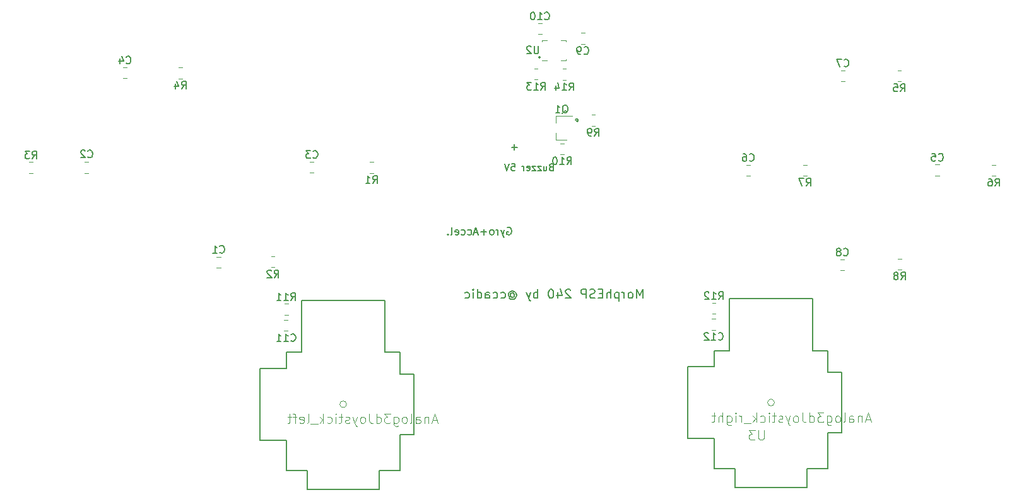
<source format=gbr>
%TF.GenerationSoftware,KiCad,Pcbnew,(5.1.8)-1*%
%TF.CreationDate,2020-12-25T12:52:01+03:00*%
%TF.ProjectId,mesp240_3Dpad,6d657370-3234-4305-9f33-447061642e6b,rev?*%
%TF.SameCoordinates,Original*%
%TF.FileFunction,Legend,Bot*%
%TF.FilePolarity,Positive*%
%FSLAX46Y46*%
G04 Gerber Fmt 4.6, Leading zero omitted, Abs format (unit mm)*
G04 Created by KiCad (PCBNEW (5.1.8)-1) date 2020-12-25 12:52:01*
%MOMM*%
%LPD*%
G01*
G04 APERTURE LIST*
%ADD10C,0.150000*%
%ADD11C,0.200000*%
%ADD12C,0.120000*%
%ADD13C,0.203200*%
%ADD14C,0.101600*%
G04 APERTURE END LIST*
D10*
X139139363Y-89334340D02*
G75*
G03*
X139139363Y-89334340I-115003J0D01*
G01*
X134686845Y-112230280D02*
X134782083Y-112182660D01*
X134924940Y-112182660D01*
X135067798Y-112230280D01*
X135163036Y-112325518D01*
X135210655Y-112420756D01*
X135258274Y-112611232D01*
X135258274Y-112754089D01*
X135210655Y-112944565D01*
X135163036Y-113039803D01*
X135067798Y-113135041D01*
X134924940Y-113182660D01*
X134829702Y-113182660D01*
X134686845Y-113135041D01*
X134639226Y-113087422D01*
X134639226Y-112754089D01*
X134829702Y-112754089D01*
X134305893Y-112515994D02*
X134067798Y-113182660D01*
X133829702Y-112515994D02*
X134067798Y-113182660D01*
X134163036Y-113420756D01*
X134210655Y-113468375D01*
X134305893Y-113515994D01*
X133448750Y-113182660D02*
X133448750Y-112515994D01*
X133448750Y-112706470D02*
X133401131Y-112611232D01*
X133353512Y-112563613D01*
X133258274Y-112515994D01*
X133163036Y-112515994D01*
X132686845Y-113182660D02*
X132782083Y-113135041D01*
X132829702Y-113087422D01*
X132877321Y-112992184D01*
X132877321Y-112706470D01*
X132829702Y-112611232D01*
X132782083Y-112563613D01*
X132686845Y-112515994D01*
X132543988Y-112515994D01*
X132448750Y-112563613D01*
X132401131Y-112611232D01*
X132353512Y-112706470D01*
X132353512Y-112992184D01*
X132401131Y-113087422D01*
X132448750Y-113135041D01*
X132543988Y-113182660D01*
X132686845Y-113182660D01*
X131924940Y-112801708D02*
X131163036Y-112801708D01*
X131543988Y-113182660D02*
X131543988Y-112420756D01*
X130734464Y-112896946D02*
X130258274Y-112896946D01*
X130829702Y-113182660D02*
X130496369Y-112182660D01*
X130163036Y-113182660D01*
X129401131Y-113135041D02*
X129496369Y-113182660D01*
X129686845Y-113182660D01*
X129782083Y-113135041D01*
X129829702Y-113087422D01*
X129877321Y-112992184D01*
X129877321Y-112706470D01*
X129829702Y-112611232D01*
X129782083Y-112563613D01*
X129686845Y-112515994D01*
X129496369Y-112515994D01*
X129401131Y-112563613D01*
X128543988Y-113135041D02*
X128639226Y-113182660D01*
X128829702Y-113182660D01*
X128924940Y-113135041D01*
X128972560Y-113087422D01*
X129020179Y-112992184D01*
X129020179Y-112706470D01*
X128972560Y-112611232D01*
X128924940Y-112563613D01*
X128829702Y-112515994D01*
X128639226Y-112515994D01*
X128543988Y-112563613D01*
X127734464Y-113135041D02*
X127829702Y-113182660D01*
X128020179Y-113182660D01*
X128115417Y-113135041D01*
X128163036Y-113039803D01*
X128163036Y-112658851D01*
X128115417Y-112563613D01*
X128020179Y-112515994D01*
X127829702Y-112515994D01*
X127734464Y-112563613D01*
X127686845Y-112658851D01*
X127686845Y-112754089D01*
X128163036Y-112849327D01*
X127115417Y-113182660D02*
X127210655Y-113135041D01*
X127258274Y-113039803D01*
X127258274Y-112182660D01*
X126734464Y-113087422D02*
X126686845Y-113135041D01*
X126734464Y-113182660D01*
X126782083Y-113135041D01*
X126734464Y-113087422D01*
X126734464Y-113182660D01*
X144197605Y-97790000D02*
G75*
G03*
X144197605Y-97790000I-179605J0D01*
G01*
X136016952Y-101417428D02*
X135255047Y-101417428D01*
X135636000Y-101798380D02*
X135636000Y-101036476D01*
X140560857Y-104075714D02*
X140432285Y-104118571D01*
X140389428Y-104161428D01*
X140346571Y-104247142D01*
X140346571Y-104375714D01*
X140389428Y-104461428D01*
X140432285Y-104504285D01*
X140518000Y-104547142D01*
X140860857Y-104547142D01*
X140860857Y-103647142D01*
X140560857Y-103647142D01*
X140475142Y-103690000D01*
X140432285Y-103732857D01*
X140389428Y-103818571D01*
X140389428Y-103904285D01*
X140432285Y-103990000D01*
X140475142Y-104032857D01*
X140560857Y-104075714D01*
X140860857Y-104075714D01*
X139575142Y-103947142D02*
X139575142Y-104547142D01*
X139960857Y-103947142D02*
X139960857Y-104418571D01*
X139918000Y-104504285D01*
X139832285Y-104547142D01*
X139703714Y-104547142D01*
X139618000Y-104504285D01*
X139575142Y-104461428D01*
X139232285Y-103947142D02*
X138760857Y-103947142D01*
X139232285Y-104547142D01*
X138760857Y-104547142D01*
X138503714Y-103947142D02*
X138032285Y-103947142D01*
X138503714Y-104547142D01*
X138032285Y-104547142D01*
X137346571Y-104504285D02*
X137432285Y-104547142D01*
X137603714Y-104547142D01*
X137689428Y-104504285D01*
X137732285Y-104418571D01*
X137732285Y-104075714D01*
X137689428Y-103990000D01*
X137603714Y-103947142D01*
X137432285Y-103947142D01*
X137346571Y-103990000D01*
X137303714Y-104075714D01*
X137303714Y-104161428D01*
X137732285Y-104247142D01*
X136918000Y-104547142D02*
X136918000Y-103947142D01*
X136918000Y-104118571D02*
X136875142Y-104032857D01*
X136832285Y-103990000D01*
X136746571Y-103947142D01*
X136660857Y-103947142D01*
X135246571Y-103647142D02*
X135675142Y-103647142D01*
X135718000Y-104075714D01*
X135675142Y-104032857D01*
X135589428Y-103990000D01*
X135375142Y-103990000D01*
X135289428Y-104032857D01*
X135246571Y-104075714D01*
X135203714Y-104161428D01*
X135203714Y-104375714D01*
X135246571Y-104461428D01*
X135289428Y-104504285D01*
X135375142Y-104547142D01*
X135589428Y-104547142D01*
X135675142Y-104504285D01*
X135718000Y-104461428D01*
X134946571Y-103647142D02*
X134646571Y-104547142D01*
X134346571Y-103647142D01*
D11*
X152855714Y-121700857D02*
X152855714Y-120500857D01*
X152455714Y-121358000D01*
X152055714Y-120500857D01*
X152055714Y-121700857D01*
X151312857Y-121700857D02*
X151427142Y-121643714D01*
X151484285Y-121586571D01*
X151541428Y-121472285D01*
X151541428Y-121129428D01*
X151484285Y-121015142D01*
X151427142Y-120958000D01*
X151312857Y-120900857D01*
X151141428Y-120900857D01*
X151027142Y-120958000D01*
X150970000Y-121015142D01*
X150912857Y-121129428D01*
X150912857Y-121472285D01*
X150970000Y-121586571D01*
X151027142Y-121643714D01*
X151141428Y-121700857D01*
X151312857Y-121700857D01*
X150398571Y-121700857D02*
X150398571Y-120900857D01*
X150398571Y-121129428D02*
X150341428Y-121015142D01*
X150284285Y-120958000D01*
X150170000Y-120900857D01*
X150055714Y-120900857D01*
X149655714Y-120900857D02*
X149655714Y-122100857D01*
X149655714Y-120958000D02*
X149541428Y-120900857D01*
X149312857Y-120900857D01*
X149198571Y-120958000D01*
X149141428Y-121015142D01*
X149084285Y-121129428D01*
X149084285Y-121472285D01*
X149141428Y-121586571D01*
X149198571Y-121643714D01*
X149312857Y-121700857D01*
X149541428Y-121700857D01*
X149655714Y-121643714D01*
X148570000Y-121700857D02*
X148570000Y-120500857D01*
X148055714Y-121700857D02*
X148055714Y-121072285D01*
X148112857Y-120958000D01*
X148227142Y-120900857D01*
X148398571Y-120900857D01*
X148512857Y-120958000D01*
X148570000Y-121015142D01*
X147484285Y-121072285D02*
X147084285Y-121072285D01*
X146912857Y-121700857D02*
X147484285Y-121700857D01*
X147484285Y-120500857D01*
X146912857Y-120500857D01*
X146455714Y-121643714D02*
X146284285Y-121700857D01*
X145998571Y-121700857D01*
X145884285Y-121643714D01*
X145827142Y-121586571D01*
X145770000Y-121472285D01*
X145770000Y-121358000D01*
X145827142Y-121243714D01*
X145884285Y-121186571D01*
X145998571Y-121129428D01*
X146227142Y-121072285D01*
X146341428Y-121015142D01*
X146398571Y-120958000D01*
X146455714Y-120843714D01*
X146455714Y-120729428D01*
X146398571Y-120615142D01*
X146341428Y-120558000D01*
X146227142Y-120500857D01*
X145941428Y-120500857D01*
X145770000Y-120558000D01*
X145255714Y-121700857D02*
X145255714Y-120500857D01*
X144798571Y-120500857D01*
X144684285Y-120558000D01*
X144627142Y-120615142D01*
X144570000Y-120729428D01*
X144570000Y-120900857D01*
X144627142Y-121015142D01*
X144684285Y-121072285D01*
X144798571Y-121129428D01*
X145255714Y-121129428D01*
X143198571Y-120615142D02*
X143141428Y-120558000D01*
X143027142Y-120500857D01*
X142741428Y-120500857D01*
X142627142Y-120558000D01*
X142570000Y-120615142D01*
X142512857Y-120729428D01*
X142512857Y-120843714D01*
X142570000Y-121015142D01*
X143255714Y-121700857D01*
X142512857Y-121700857D01*
X141484285Y-120900857D02*
X141484285Y-121700857D01*
X141770000Y-120443714D02*
X142055714Y-121300857D01*
X141312857Y-121300857D01*
X140627142Y-120500857D02*
X140512857Y-120500857D01*
X140398571Y-120558000D01*
X140341428Y-120615142D01*
X140284285Y-120729428D01*
X140227142Y-120958000D01*
X140227142Y-121243714D01*
X140284285Y-121472285D01*
X140341428Y-121586571D01*
X140398571Y-121643714D01*
X140512857Y-121700857D01*
X140627142Y-121700857D01*
X140741428Y-121643714D01*
X140798571Y-121586571D01*
X140855714Y-121472285D01*
X140912857Y-121243714D01*
X140912857Y-120958000D01*
X140855714Y-120729428D01*
X140798571Y-120615142D01*
X140741428Y-120558000D01*
X140627142Y-120500857D01*
X138798571Y-121700857D02*
X138798571Y-120500857D01*
X138798571Y-120958000D02*
X138684285Y-120900857D01*
X138455714Y-120900857D01*
X138341428Y-120958000D01*
X138284285Y-121015142D01*
X138227142Y-121129428D01*
X138227142Y-121472285D01*
X138284285Y-121586571D01*
X138341428Y-121643714D01*
X138455714Y-121700857D01*
X138684285Y-121700857D01*
X138798571Y-121643714D01*
X137827142Y-120900857D02*
X137541428Y-121700857D01*
X137255714Y-120900857D02*
X137541428Y-121700857D01*
X137655714Y-121986571D01*
X137712857Y-122043714D01*
X137827142Y-122100857D01*
X135141428Y-121129428D02*
X135198571Y-121072285D01*
X135312857Y-121015142D01*
X135427142Y-121015142D01*
X135541428Y-121072285D01*
X135598571Y-121129428D01*
X135655714Y-121243714D01*
X135655714Y-121358000D01*
X135598571Y-121472285D01*
X135541428Y-121529428D01*
X135427142Y-121586571D01*
X135312857Y-121586571D01*
X135198571Y-121529428D01*
X135141428Y-121472285D01*
X135141428Y-121015142D02*
X135141428Y-121472285D01*
X135084285Y-121529428D01*
X135027142Y-121529428D01*
X134912857Y-121472285D01*
X134855714Y-121358000D01*
X134855714Y-121072285D01*
X134970000Y-120900857D01*
X135141428Y-120786571D01*
X135370000Y-120729428D01*
X135598571Y-120786571D01*
X135770000Y-120900857D01*
X135884285Y-121072285D01*
X135941428Y-121300857D01*
X135884285Y-121529428D01*
X135770000Y-121700857D01*
X135598571Y-121815142D01*
X135370000Y-121872285D01*
X135141428Y-121815142D01*
X134970000Y-121700857D01*
X133827142Y-121643714D02*
X133941428Y-121700857D01*
X134170000Y-121700857D01*
X134284285Y-121643714D01*
X134341428Y-121586571D01*
X134398571Y-121472285D01*
X134398571Y-121129428D01*
X134341428Y-121015142D01*
X134284285Y-120958000D01*
X134170000Y-120900857D01*
X133941428Y-120900857D01*
X133827142Y-120958000D01*
X132798571Y-121643714D02*
X132912857Y-121700857D01*
X133141428Y-121700857D01*
X133255714Y-121643714D01*
X133312857Y-121586571D01*
X133370000Y-121472285D01*
X133370000Y-121129428D01*
X133312857Y-121015142D01*
X133255714Y-120958000D01*
X133141428Y-120900857D01*
X132912857Y-120900857D01*
X132798571Y-120958000D01*
X131770000Y-121700857D02*
X131770000Y-121072285D01*
X131827142Y-120958000D01*
X131941428Y-120900857D01*
X132170000Y-120900857D01*
X132284285Y-120958000D01*
X131770000Y-121643714D02*
X131884285Y-121700857D01*
X132170000Y-121700857D01*
X132284285Y-121643714D01*
X132341428Y-121529428D01*
X132341428Y-121415142D01*
X132284285Y-121300857D01*
X132170000Y-121243714D01*
X131884285Y-121243714D01*
X131770000Y-121186571D01*
X130684285Y-121700857D02*
X130684285Y-120500857D01*
X130684285Y-121643714D02*
X130798571Y-121700857D01*
X131027142Y-121700857D01*
X131141428Y-121643714D01*
X131198571Y-121586571D01*
X131255714Y-121472285D01*
X131255714Y-121129428D01*
X131198571Y-121015142D01*
X131141428Y-120958000D01*
X131027142Y-120900857D01*
X130798571Y-120900857D01*
X130684285Y-120958000D01*
X130112857Y-121700857D02*
X130112857Y-120900857D01*
X130112857Y-120500857D02*
X130170000Y-120558000D01*
X130112857Y-120615142D01*
X130055714Y-120558000D01*
X130112857Y-120500857D01*
X130112857Y-120615142D01*
X129027142Y-121643714D02*
X129141428Y-121700857D01*
X129370000Y-121700857D01*
X129484285Y-121643714D01*
X129541428Y-121586571D01*
X129598571Y-121472285D01*
X129598571Y-121129428D01*
X129541428Y-121015142D01*
X129484285Y-120958000D01*
X129370000Y-120900857D01*
X129141428Y-120900857D01*
X129027142Y-120958000D01*
D12*
%TO.C,C12*%
X162673252Y-125957000D02*
X162150748Y-125957000D01*
X162673252Y-124487000D02*
X162150748Y-124487000D01*
%TO.C,C11*%
X105269252Y-126084000D02*
X104746748Y-126084000D01*
X105269252Y-124614000D02*
X104746748Y-124614000D01*
D13*
%TO.C,U3*%
X175671000Y-121760000D02*
X164495000Y-121760000D01*
X174909000Y-147160000D02*
X165257000Y-147160000D01*
X174909000Y-147160000D02*
X174909000Y-144620000D01*
X165257000Y-147160000D02*
X165257000Y-144620000D01*
X174909000Y-144620000D02*
X177703000Y-144620000D01*
X165257000Y-144620000D02*
X162463000Y-144620000D01*
X179608000Y-131666000D02*
X179608000Y-139794000D01*
X177703000Y-131666000D02*
X177703000Y-128745000D01*
X177703000Y-139794000D02*
X177703000Y-144620000D01*
X177703000Y-131666000D02*
X179608000Y-131666000D01*
X177703000Y-139794000D02*
X179608000Y-139794000D01*
X177703000Y-128745000D02*
X175671000Y-128745000D01*
X164495000Y-128745000D02*
X162463000Y-128745000D01*
X175671000Y-121760000D02*
X175671000Y-128745000D01*
X164495000Y-121760000D02*
X164495000Y-128745000D01*
X162463000Y-130904000D02*
X158907000Y-130904000D01*
X162463000Y-140556000D02*
X158907000Y-140556000D01*
X158907000Y-130904000D02*
X158907000Y-140556000D01*
X162463000Y-130904000D02*
X162463000Y-128745000D01*
X162463000Y-140556000D02*
X162463000Y-144620000D01*
D14*
X170532013Y-135730000D02*
G75*
G03*
X170532013Y-135730000I-449013J0D01*
G01*
D12*
%TO.C,U2*%
X139997000Y-89749500D02*
X139347000Y-89749500D01*
X142567000Y-87029500D02*
X142567000Y-87179500D01*
X141917000Y-87029500D02*
X142567000Y-87029500D01*
X139347000Y-87029500D02*
X139347000Y-87179500D01*
X139997000Y-87029500D02*
X139347000Y-87029500D01*
X142567000Y-89749500D02*
X142567000Y-89599500D01*
X141917000Y-89749500D02*
X142567000Y-89749500D01*
D13*
%TO.C,U1*%
X118260000Y-121994000D02*
X107084000Y-121994000D01*
X117498000Y-147394000D02*
X107846000Y-147394000D01*
X117498000Y-147394000D02*
X117498000Y-144854000D01*
X107846000Y-147394000D02*
X107846000Y-144854000D01*
X117498000Y-144854000D02*
X120292000Y-144854000D01*
X107846000Y-144854000D02*
X105052000Y-144854000D01*
X122197000Y-131900000D02*
X122197000Y-140028000D01*
X120292000Y-131900000D02*
X120292000Y-128979000D01*
X120292000Y-140028000D02*
X120292000Y-144854000D01*
X120292000Y-131900000D02*
X122197000Y-131900000D01*
X120292000Y-140028000D02*
X122197000Y-140028000D01*
X120292000Y-128979000D02*
X118260000Y-128979000D01*
X107084000Y-128979000D02*
X105052000Y-128979000D01*
X118260000Y-121994000D02*
X118260000Y-128979000D01*
X107084000Y-121994000D02*
X107084000Y-128979000D01*
X105052000Y-131138000D02*
X101496000Y-131138000D01*
X105052000Y-140790000D02*
X101496000Y-140790000D01*
X101496000Y-131138000D02*
X101496000Y-140790000D01*
X105052000Y-131138000D02*
X105052000Y-128979000D01*
X105052000Y-140790000D02*
X105052000Y-144854000D01*
D14*
X113121013Y-135964000D02*
G75*
G03*
X113121013Y-135964000I-449013J0D01*
G01*
D12*
%TO.C,R14*%
X142565064Y-92355300D02*
X142110936Y-92355300D01*
X142565064Y-90885300D02*
X142110936Y-90885300D01*
%TO.C,R13*%
X138302936Y-90839600D02*
X138757064Y-90839600D01*
X138302936Y-92309600D02*
X138757064Y-92309600D01*
%TO.C,R12*%
X162189936Y-122328000D02*
X162644064Y-122328000D01*
X162189936Y-123798000D02*
X162644064Y-123798000D01*
%TO.C,R11*%
X104817936Y-122455000D02*
X105272064Y-122455000D01*
X104817936Y-123925000D02*
X105272064Y-123925000D01*
%TO.C,C10*%
X139340252Y-86231400D02*
X138817748Y-86231400D01*
X139340252Y-84761400D02*
X138817748Y-84761400D01*
%TO.C,C9*%
X144570748Y-86046600D02*
X145093252Y-86046600D01*
X144570748Y-87516600D02*
X145093252Y-87516600D01*
%TO.C,R10*%
X141840976Y-102365480D02*
X142295104Y-102365480D01*
X141840976Y-100895480D02*
X142295104Y-100895480D01*
%TO.C,R9*%
X146024936Y-98525000D02*
X146479064Y-98525000D01*
X146024936Y-97055000D02*
X146479064Y-97055000D01*
%TO.C,R8*%
X187127936Y-117854000D02*
X187582064Y-117854000D01*
X187127936Y-116384000D02*
X187582064Y-116384000D01*
%TO.C,R7*%
X174413936Y-105256000D02*
X174868064Y-105256000D01*
X174413936Y-103786000D02*
X174868064Y-103786000D01*
%TO.C,R6*%
X199758936Y-105264000D02*
X200213064Y-105264000D01*
X199758936Y-103794000D02*
X200213064Y-103794000D01*
%TO.C,R5*%
X187081936Y-92556000D02*
X187536064Y-92556000D01*
X187081936Y-91086000D02*
X187536064Y-91086000D01*
%TO.C,R4*%
X90593936Y-92190200D02*
X91048064Y-92190200D01*
X90593936Y-90720200D02*
X91048064Y-90720200D01*
%TO.C,R3*%
X70982064Y-103405000D02*
X70527936Y-103405000D01*
X70982064Y-104875000D02*
X70527936Y-104875000D01*
%TO.C,R2*%
X103030936Y-117565000D02*
X103485064Y-117565000D01*
X103030936Y-116095000D02*
X103485064Y-116095000D01*
%TO.C,R1*%
X116247936Y-104875000D02*
X116702064Y-104875000D01*
X116247936Y-103405000D02*
X116702064Y-103405000D01*
%TO.C,Q1*%
X141226000Y-100386000D02*
X141226000Y-99456000D01*
X141226000Y-97226000D02*
X141226000Y-98156000D01*
X141226000Y-97226000D02*
X143386000Y-97226000D01*
X141226000Y-100386000D02*
X142686000Y-100386000D01*
%TO.C,C8*%
X179924252Y-116499000D02*
X179401748Y-116499000D01*
X179924252Y-117969000D02*
X179401748Y-117969000D01*
%TO.C,C7*%
X179987252Y-91086000D02*
X179464748Y-91086000D01*
X179987252Y-92556000D02*
X179464748Y-92556000D01*
%TO.C,C6*%
X167287252Y-103786000D02*
X166764748Y-103786000D01*
X167287252Y-105256000D02*
X166764748Y-105256000D01*
%TO.C,C5*%
X192660252Y-103750000D02*
X192137748Y-103750000D01*
X192660252Y-105220000D02*
X192137748Y-105220000D01*
%TO.C,C4*%
X83660952Y-90692300D02*
X83138448Y-90692300D01*
X83660952Y-92162300D02*
X83138448Y-92162300D01*
%TO.C,C3*%
X108727252Y-103380000D02*
X108204748Y-103380000D01*
X108727252Y-104850000D02*
X108204748Y-104850000D01*
%TO.C,C2*%
X77992248Y-104875000D02*
X78514752Y-104875000D01*
X77992248Y-103405000D02*
X78514752Y-103405000D01*
%TO.C,C1*%
X96216152Y-116128000D02*
X95693648Y-116128000D01*
X96216152Y-117598000D02*
X95693648Y-117598000D01*
%TO.C,C12*%
D10*
X163033357Y-127230142D02*
X163080976Y-127277761D01*
X163223833Y-127325380D01*
X163319071Y-127325380D01*
X163461928Y-127277761D01*
X163557166Y-127182523D01*
X163604785Y-127087285D01*
X163652404Y-126896809D01*
X163652404Y-126753952D01*
X163604785Y-126563476D01*
X163557166Y-126468238D01*
X163461928Y-126373000D01*
X163319071Y-126325380D01*
X163223833Y-126325380D01*
X163080976Y-126373000D01*
X163033357Y-126420619D01*
X162080976Y-127325380D02*
X162652404Y-127325380D01*
X162366690Y-127325380D02*
X162366690Y-126325380D01*
X162461928Y-126468238D01*
X162557166Y-126563476D01*
X162652404Y-126611095D01*
X161700023Y-126420619D02*
X161652404Y-126373000D01*
X161557166Y-126325380D01*
X161319071Y-126325380D01*
X161223833Y-126373000D01*
X161176214Y-126420619D01*
X161128595Y-126515857D01*
X161128595Y-126611095D01*
X161176214Y-126753952D01*
X161747642Y-127325380D01*
X161128595Y-127325380D01*
%TO.C,C11*%
X105672357Y-127413022D02*
X105719976Y-127460641D01*
X105862833Y-127508260D01*
X105958071Y-127508260D01*
X106100928Y-127460641D01*
X106196166Y-127365403D01*
X106243785Y-127270165D01*
X106291404Y-127079689D01*
X106291404Y-126936832D01*
X106243785Y-126746356D01*
X106196166Y-126651118D01*
X106100928Y-126555880D01*
X105958071Y-126508260D01*
X105862833Y-126508260D01*
X105719976Y-126555880D01*
X105672357Y-126603499D01*
X104719976Y-127508260D02*
X105291404Y-127508260D01*
X105005690Y-127508260D02*
X105005690Y-126508260D01*
X105100928Y-126651118D01*
X105196166Y-126746356D01*
X105291404Y-126793975D01*
X103767595Y-127508260D02*
X104339023Y-127508260D01*
X104053309Y-127508260D02*
X104053309Y-126508260D01*
X104148547Y-126651118D01*
X104243785Y-126746356D01*
X104339023Y-126793975D01*
%TO.C,U3*%
D14*
X169145619Y-139479523D02*
X169145619Y-140507619D01*
X169085142Y-140628571D01*
X169024666Y-140689047D01*
X168903714Y-140749523D01*
X168661809Y-140749523D01*
X168540857Y-140689047D01*
X168480380Y-140628571D01*
X168419904Y-140507619D01*
X168419904Y-139479523D01*
X167936095Y-139479523D02*
X167149904Y-139479523D01*
X167573238Y-139963333D01*
X167391809Y-139963333D01*
X167270857Y-140023809D01*
X167210380Y-140084285D01*
X167149904Y-140205238D01*
X167149904Y-140507619D01*
X167210380Y-140628571D01*
X167270857Y-140689047D01*
X167391809Y-140749523D01*
X167754666Y-140749523D01*
X167875619Y-140689047D01*
X167936095Y-140628571D01*
X183429853Y-138006686D02*
X182825091Y-138006686D01*
X183550805Y-138369543D02*
X183127472Y-137099543D01*
X182704139Y-138369543D01*
X182280805Y-137522877D02*
X182280805Y-138369543D01*
X182280805Y-137643829D02*
X182220329Y-137583353D01*
X182099377Y-137522877D01*
X181917948Y-137522877D01*
X181796996Y-137583353D01*
X181736520Y-137704305D01*
X181736520Y-138369543D01*
X180587472Y-138369543D02*
X180587472Y-137704305D01*
X180647948Y-137583353D01*
X180768900Y-137522877D01*
X181010805Y-137522877D01*
X181131758Y-137583353D01*
X180587472Y-138309067D02*
X180708424Y-138369543D01*
X181010805Y-138369543D01*
X181131758Y-138309067D01*
X181192234Y-138188115D01*
X181192234Y-138067162D01*
X181131758Y-137946210D01*
X181010805Y-137885734D01*
X180708424Y-137885734D01*
X180587472Y-137825258D01*
X179801281Y-138369543D02*
X179922234Y-138309067D01*
X179982710Y-138188115D01*
X179982710Y-137099543D01*
X179136043Y-138369543D02*
X179256996Y-138309067D01*
X179317472Y-138248591D01*
X179377948Y-138127639D01*
X179377948Y-137764781D01*
X179317472Y-137643829D01*
X179256996Y-137583353D01*
X179136043Y-137522877D01*
X178954615Y-137522877D01*
X178833662Y-137583353D01*
X178773186Y-137643829D01*
X178712710Y-137764781D01*
X178712710Y-138127639D01*
X178773186Y-138248591D01*
X178833662Y-138309067D01*
X178954615Y-138369543D01*
X179136043Y-138369543D01*
X177624139Y-137522877D02*
X177624139Y-138550972D01*
X177684615Y-138671924D01*
X177745091Y-138732400D01*
X177866043Y-138792877D01*
X178047472Y-138792877D01*
X178168424Y-138732400D01*
X177624139Y-138309067D02*
X177745091Y-138369543D01*
X177986996Y-138369543D01*
X178107948Y-138309067D01*
X178168424Y-138248591D01*
X178228900Y-138127639D01*
X178228900Y-137764781D01*
X178168424Y-137643829D01*
X178107948Y-137583353D01*
X177986996Y-137522877D01*
X177745091Y-137522877D01*
X177624139Y-137583353D01*
X177140329Y-137099543D02*
X176354139Y-137099543D01*
X176777472Y-137583353D01*
X176596043Y-137583353D01*
X176475091Y-137643829D01*
X176414615Y-137704305D01*
X176354139Y-137825258D01*
X176354139Y-138127639D01*
X176414615Y-138248591D01*
X176475091Y-138309067D01*
X176596043Y-138369543D01*
X176958900Y-138369543D01*
X177079853Y-138309067D01*
X177140329Y-138248591D01*
X175265567Y-138369543D02*
X175265567Y-137099543D01*
X175265567Y-138309067D02*
X175386520Y-138369543D01*
X175628424Y-138369543D01*
X175749377Y-138309067D01*
X175809853Y-138248591D01*
X175870329Y-138127639D01*
X175870329Y-137764781D01*
X175809853Y-137643829D01*
X175749377Y-137583353D01*
X175628424Y-137522877D01*
X175386520Y-137522877D01*
X175265567Y-137583353D01*
X174297948Y-137099543D02*
X174297948Y-138006686D01*
X174358424Y-138188115D01*
X174479377Y-138309067D01*
X174660805Y-138369543D01*
X174781758Y-138369543D01*
X173511758Y-138369543D02*
X173632710Y-138309067D01*
X173693186Y-138248591D01*
X173753662Y-138127639D01*
X173753662Y-137764781D01*
X173693186Y-137643829D01*
X173632710Y-137583353D01*
X173511758Y-137522877D01*
X173330329Y-137522877D01*
X173209377Y-137583353D01*
X173148900Y-137643829D01*
X173088424Y-137764781D01*
X173088424Y-138127639D01*
X173148900Y-138248591D01*
X173209377Y-138309067D01*
X173330329Y-138369543D01*
X173511758Y-138369543D01*
X172665091Y-137522877D02*
X172362710Y-138369543D01*
X172060329Y-137522877D02*
X172362710Y-138369543D01*
X172483662Y-138671924D01*
X172544139Y-138732400D01*
X172665091Y-138792877D01*
X171636996Y-138309067D02*
X171516043Y-138369543D01*
X171274139Y-138369543D01*
X171153186Y-138309067D01*
X171092710Y-138188115D01*
X171092710Y-138127639D01*
X171153186Y-138006686D01*
X171274139Y-137946210D01*
X171455567Y-137946210D01*
X171576520Y-137885734D01*
X171636996Y-137764781D01*
X171636996Y-137704305D01*
X171576520Y-137583353D01*
X171455567Y-137522877D01*
X171274139Y-137522877D01*
X171153186Y-137583353D01*
X170729853Y-137522877D02*
X170246043Y-137522877D01*
X170548424Y-137099543D02*
X170548424Y-138188115D01*
X170487948Y-138309067D01*
X170366996Y-138369543D01*
X170246043Y-138369543D01*
X169822710Y-138369543D02*
X169822710Y-137522877D01*
X169822710Y-137099543D02*
X169883186Y-137160020D01*
X169822710Y-137220496D01*
X169762234Y-137160020D01*
X169822710Y-137099543D01*
X169822710Y-137220496D01*
X168673662Y-138309067D02*
X168794615Y-138369543D01*
X169036520Y-138369543D01*
X169157472Y-138309067D01*
X169217948Y-138248591D01*
X169278424Y-138127639D01*
X169278424Y-137764781D01*
X169217948Y-137643829D01*
X169157472Y-137583353D01*
X169036520Y-137522877D01*
X168794615Y-137522877D01*
X168673662Y-137583353D01*
X168129377Y-138369543D02*
X168129377Y-137099543D01*
X168008424Y-137885734D02*
X167645567Y-138369543D01*
X167645567Y-137522877D02*
X168129377Y-138006686D01*
X167403662Y-138490496D02*
X166436043Y-138490496D01*
X166133662Y-138369543D02*
X166133662Y-137522877D01*
X166133662Y-137764781D02*
X166073186Y-137643829D01*
X166012710Y-137583353D01*
X165891758Y-137522877D01*
X165770805Y-137522877D01*
X165347472Y-138369543D02*
X165347472Y-137522877D01*
X165347472Y-137099543D02*
X165407948Y-137160020D01*
X165347472Y-137220496D01*
X165286996Y-137160020D01*
X165347472Y-137099543D01*
X165347472Y-137220496D01*
X164198424Y-137522877D02*
X164198424Y-138550972D01*
X164258900Y-138671924D01*
X164319377Y-138732400D01*
X164440329Y-138792877D01*
X164621758Y-138792877D01*
X164742710Y-138732400D01*
X164198424Y-138309067D02*
X164319377Y-138369543D01*
X164561281Y-138369543D01*
X164682234Y-138309067D01*
X164742710Y-138248591D01*
X164803186Y-138127639D01*
X164803186Y-137764781D01*
X164742710Y-137643829D01*
X164682234Y-137583353D01*
X164561281Y-137522877D01*
X164319377Y-137522877D01*
X164198424Y-137583353D01*
X163593662Y-138369543D02*
X163593662Y-137099543D01*
X163049377Y-138369543D02*
X163049377Y-137704305D01*
X163109853Y-137583353D01*
X163230805Y-137522877D01*
X163412234Y-137522877D01*
X163533186Y-137583353D01*
X163593662Y-137643829D01*
X162626043Y-137522877D02*
X162142234Y-137522877D01*
X162444615Y-137099543D02*
X162444615Y-138188115D01*
X162384139Y-138309067D01*
X162263186Y-138369543D01*
X162142234Y-138369543D01*
%TO.C,U2*%
D10*
X138876644Y-87834260D02*
X138876644Y-88643784D01*
X138829025Y-88739022D01*
X138781406Y-88786641D01*
X138686168Y-88834260D01*
X138495692Y-88834260D01*
X138400454Y-88786641D01*
X138352835Y-88739022D01*
X138305216Y-88643784D01*
X138305216Y-87834260D01*
X137876644Y-87929499D02*
X137829025Y-87881880D01*
X137733787Y-87834260D01*
X137495692Y-87834260D01*
X137400454Y-87881880D01*
X137352835Y-87929499D01*
X137305216Y-88024737D01*
X137305216Y-88119975D01*
X137352835Y-88262832D01*
X137924263Y-88834260D01*
X137305216Y-88834260D01*
%TO.C,U1*%
D14*
X125294711Y-138134006D02*
X124689949Y-138134006D01*
X125415663Y-138496863D02*
X124992330Y-137226863D01*
X124568997Y-138496863D01*
X124145663Y-137650197D02*
X124145663Y-138496863D01*
X124145663Y-137771149D02*
X124085187Y-137710673D01*
X123964235Y-137650197D01*
X123782806Y-137650197D01*
X123661854Y-137710673D01*
X123601378Y-137831625D01*
X123601378Y-138496863D01*
X122452330Y-138496863D02*
X122452330Y-137831625D01*
X122512806Y-137710673D01*
X122633759Y-137650197D01*
X122875663Y-137650197D01*
X122996616Y-137710673D01*
X122452330Y-138436387D02*
X122573282Y-138496863D01*
X122875663Y-138496863D01*
X122996616Y-138436387D01*
X123057092Y-138315435D01*
X123057092Y-138194482D01*
X122996616Y-138073530D01*
X122875663Y-138013054D01*
X122573282Y-138013054D01*
X122452330Y-137952578D01*
X121666140Y-138496863D02*
X121787092Y-138436387D01*
X121847568Y-138315435D01*
X121847568Y-137226863D01*
X121000901Y-138496863D02*
X121121854Y-138436387D01*
X121182330Y-138375911D01*
X121242806Y-138254959D01*
X121242806Y-137892101D01*
X121182330Y-137771149D01*
X121121854Y-137710673D01*
X121000901Y-137650197D01*
X120819473Y-137650197D01*
X120698520Y-137710673D01*
X120638044Y-137771149D01*
X120577568Y-137892101D01*
X120577568Y-138254959D01*
X120638044Y-138375911D01*
X120698520Y-138436387D01*
X120819473Y-138496863D01*
X121000901Y-138496863D01*
X119488997Y-137650197D02*
X119488997Y-138678292D01*
X119549473Y-138799244D01*
X119609949Y-138859720D01*
X119730901Y-138920197D01*
X119912330Y-138920197D01*
X120033282Y-138859720D01*
X119488997Y-138436387D02*
X119609949Y-138496863D01*
X119851854Y-138496863D01*
X119972806Y-138436387D01*
X120033282Y-138375911D01*
X120093759Y-138254959D01*
X120093759Y-137892101D01*
X120033282Y-137771149D01*
X119972806Y-137710673D01*
X119851854Y-137650197D01*
X119609949Y-137650197D01*
X119488997Y-137710673D01*
X119005187Y-137226863D02*
X118218997Y-137226863D01*
X118642330Y-137710673D01*
X118460901Y-137710673D01*
X118339949Y-137771149D01*
X118279473Y-137831625D01*
X118218997Y-137952578D01*
X118218997Y-138254959D01*
X118279473Y-138375911D01*
X118339949Y-138436387D01*
X118460901Y-138496863D01*
X118823759Y-138496863D01*
X118944711Y-138436387D01*
X119005187Y-138375911D01*
X117130425Y-138496863D02*
X117130425Y-137226863D01*
X117130425Y-138436387D02*
X117251378Y-138496863D01*
X117493282Y-138496863D01*
X117614235Y-138436387D01*
X117674711Y-138375911D01*
X117735187Y-138254959D01*
X117735187Y-137892101D01*
X117674711Y-137771149D01*
X117614235Y-137710673D01*
X117493282Y-137650197D01*
X117251378Y-137650197D01*
X117130425Y-137710673D01*
X116162806Y-137226863D02*
X116162806Y-138134006D01*
X116223282Y-138315435D01*
X116344235Y-138436387D01*
X116525663Y-138496863D01*
X116646616Y-138496863D01*
X115376616Y-138496863D02*
X115497568Y-138436387D01*
X115558044Y-138375911D01*
X115618520Y-138254959D01*
X115618520Y-137892101D01*
X115558044Y-137771149D01*
X115497568Y-137710673D01*
X115376616Y-137650197D01*
X115195187Y-137650197D01*
X115074235Y-137710673D01*
X115013759Y-137771149D01*
X114953282Y-137892101D01*
X114953282Y-138254959D01*
X115013759Y-138375911D01*
X115074235Y-138436387D01*
X115195187Y-138496863D01*
X115376616Y-138496863D01*
X114529949Y-137650197D02*
X114227568Y-138496863D01*
X113925187Y-137650197D02*
X114227568Y-138496863D01*
X114348520Y-138799244D01*
X114408997Y-138859720D01*
X114529949Y-138920197D01*
X113501854Y-138436387D02*
X113380901Y-138496863D01*
X113138997Y-138496863D01*
X113018044Y-138436387D01*
X112957568Y-138315435D01*
X112957568Y-138254959D01*
X113018044Y-138134006D01*
X113138997Y-138073530D01*
X113320425Y-138073530D01*
X113441378Y-138013054D01*
X113501854Y-137892101D01*
X113501854Y-137831625D01*
X113441378Y-137710673D01*
X113320425Y-137650197D01*
X113138997Y-137650197D01*
X113018044Y-137710673D01*
X112594711Y-137650197D02*
X112110901Y-137650197D01*
X112413282Y-137226863D02*
X112413282Y-138315435D01*
X112352806Y-138436387D01*
X112231854Y-138496863D01*
X112110901Y-138496863D01*
X111687568Y-138496863D02*
X111687568Y-137650197D01*
X111687568Y-137226863D02*
X111748044Y-137287340D01*
X111687568Y-137347816D01*
X111627092Y-137287340D01*
X111687568Y-137226863D01*
X111687568Y-137347816D01*
X110538520Y-138436387D02*
X110659473Y-138496863D01*
X110901378Y-138496863D01*
X111022330Y-138436387D01*
X111082806Y-138375911D01*
X111143282Y-138254959D01*
X111143282Y-137892101D01*
X111082806Y-137771149D01*
X111022330Y-137710673D01*
X110901378Y-137650197D01*
X110659473Y-137650197D01*
X110538520Y-137710673D01*
X109994235Y-138496863D02*
X109994235Y-137226863D01*
X109873282Y-138013054D02*
X109510425Y-138496863D01*
X109510425Y-137650197D02*
X109994235Y-138134006D01*
X109268520Y-138617816D02*
X108300901Y-138617816D01*
X107817092Y-138496863D02*
X107938044Y-138436387D01*
X107998520Y-138315435D01*
X107998520Y-137226863D01*
X106849473Y-138436387D02*
X106970425Y-138496863D01*
X107212330Y-138496863D01*
X107333282Y-138436387D01*
X107393759Y-138315435D01*
X107393759Y-137831625D01*
X107333282Y-137710673D01*
X107212330Y-137650197D01*
X106970425Y-137650197D01*
X106849473Y-137710673D01*
X106788997Y-137831625D01*
X106788997Y-137952578D01*
X107393759Y-138073530D01*
X106426140Y-137650197D02*
X105942330Y-137650197D01*
X106244711Y-138496863D02*
X106244711Y-137408292D01*
X106184235Y-137287340D01*
X106063282Y-137226863D01*
X105942330Y-137226863D01*
X105700425Y-137650197D02*
X105216616Y-137650197D01*
X105518997Y-137226863D02*
X105518997Y-138315435D01*
X105458520Y-138436387D01*
X105337568Y-138496863D01*
X105216616Y-138496863D01*
%TO.C,R14*%
D10*
X143008797Y-93771940D02*
X143342130Y-93295750D01*
X143580225Y-93771940D02*
X143580225Y-92771940D01*
X143199273Y-92771940D01*
X143104035Y-92819560D01*
X143056416Y-92867179D01*
X143008797Y-92962417D01*
X143008797Y-93105274D01*
X143056416Y-93200512D01*
X143104035Y-93248131D01*
X143199273Y-93295750D01*
X143580225Y-93295750D01*
X142056416Y-93771940D02*
X142627844Y-93771940D01*
X142342130Y-93771940D02*
X142342130Y-92771940D01*
X142437368Y-92914798D01*
X142532606Y-93010036D01*
X142627844Y-93057655D01*
X141199273Y-93105274D02*
X141199273Y-93771940D01*
X141437368Y-92724321D02*
X141675463Y-93438607D01*
X141056416Y-93438607D01*
%TO.C,R13*%
X139221117Y-93705920D02*
X139554450Y-93229730D01*
X139792545Y-93705920D02*
X139792545Y-92705920D01*
X139411593Y-92705920D01*
X139316355Y-92753540D01*
X139268736Y-92801159D01*
X139221117Y-92896397D01*
X139221117Y-93039254D01*
X139268736Y-93134492D01*
X139316355Y-93182111D01*
X139411593Y-93229730D01*
X139792545Y-93229730D01*
X138268736Y-93705920D02*
X138840164Y-93705920D01*
X138554450Y-93705920D02*
X138554450Y-92705920D01*
X138649688Y-92848778D01*
X138744926Y-92944016D01*
X138840164Y-92991635D01*
X137935402Y-92705920D02*
X137316355Y-92705920D01*
X137649688Y-93086873D01*
X137506831Y-93086873D01*
X137411593Y-93134492D01*
X137363974Y-93182111D01*
X137316355Y-93277349D01*
X137316355Y-93515444D01*
X137363974Y-93610682D01*
X137411593Y-93658301D01*
X137506831Y-93705920D01*
X137792545Y-93705920D01*
X137887783Y-93658301D01*
X137935402Y-93610682D01*
%TO.C,R12*%
X163075857Y-121864380D02*
X163409190Y-121388190D01*
X163647285Y-121864380D02*
X163647285Y-120864380D01*
X163266333Y-120864380D01*
X163171095Y-120912000D01*
X163123476Y-120959619D01*
X163075857Y-121054857D01*
X163075857Y-121197714D01*
X163123476Y-121292952D01*
X163171095Y-121340571D01*
X163266333Y-121388190D01*
X163647285Y-121388190D01*
X162123476Y-121864380D02*
X162694904Y-121864380D01*
X162409190Y-121864380D02*
X162409190Y-120864380D01*
X162504428Y-121007238D01*
X162599666Y-121102476D01*
X162694904Y-121150095D01*
X161742523Y-120959619D02*
X161694904Y-120912000D01*
X161599666Y-120864380D01*
X161361571Y-120864380D01*
X161266333Y-120912000D01*
X161218714Y-120959619D01*
X161171095Y-121054857D01*
X161171095Y-121150095D01*
X161218714Y-121292952D01*
X161790142Y-121864380D01*
X161171095Y-121864380D01*
%TO.C,R11*%
X105671857Y-121991380D02*
X106005190Y-121515190D01*
X106243285Y-121991380D02*
X106243285Y-120991380D01*
X105862333Y-120991380D01*
X105767095Y-121039000D01*
X105719476Y-121086619D01*
X105671857Y-121181857D01*
X105671857Y-121324714D01*
X105719476Y-121419952D01*
X105767095Y-121467571D01*
X105862333Y-121515190D01*
X106243285Y-121515190D01*
X104719476Y-121991380D02*
X105290904Y-121991380D01*
X105005190Y-121991380D02*
X105005190Y-120991380D01*
X105100428Y-121134238D01*
X105195666Y-121229476D01*
X105290904Y-121277095D01*
X103767095Y-121991380D02*
X104338523Y-121991380D01*
X104052809Y-121991380D02*
X104052809Y-120991380D01*
X104148047Y-121134238D01*
X104243285Y-121229476D01*
X104338523Y-121277095D01*
%TO.C,C10*%
X139721857Y-84173542D02*
X139769476Y-84221161D01*
X139912333Y-84268780D01*
X140007571Y-84268780D01*
X140150428Y-84221161D01*
X140245666Y-84125923D01*
X140293285Y-84030685D01*
X140340904Y-83840209D01*
X140340904Y-83697352D01*
X140293285Y-83506876D01*
X140245666Y-83411638D01*
X140150428Y-83316400D01*
X140007571Y-83268780D01*
X139912333Y-83268780D01*
X139769476Y-83316400D01*
X139721857Y-83364019D01*
X138769476Y-84268780D02*
X139340904Y-84268780D01*
X139055190Y-84268780D02*
X139055190Y-83268780D01*
X139150428Y-83411638D01*
X139245666Y-83506876D01*
X139340904Y-83554495D01*
X138150428Y-83268780D02*
X138055190Y-83268780D01*
X137959952Y-83316400D01*
X137912333Y-83364019D01*
X137864714Y-83459257D01*
X137817095Y-83649733D01*
X137817095Y-83887828D01*
X137864714Y-84078304D01*
X137912333Y-84173542D01*
X137959952Y-84221161D01*
X138055190Y-84268780D01*
X138150428Y-84268780D01*
X138245666Y-84221161D01*
X138293285Y-84173542D01*
X138340904Y-84078304D01*
X138388523Y-83887828D01*
X138388523Y-83649733D01*
X138340904Y-83459257D01*
X138293285Y-83364019D01*
X138245666Y-83316400D01*
X138150428Y-83268780D01*
%TO.C,C9*%
X144998666Y-88818742D02*
X145046285Y-88866361D01*
X145189142Y-88913980D01*
X145284380Y-88913980D01*
X145427238Y-88866361D01*
X145522476Y-88771123D01*
X145570095Y-88675885D01*
X145617714Y-88485409D01*
X145617714Y-88342552D01*
X145570095Y-88152076D01*
X145522476Y-88056838D01*
X145427238Y-87961600D01*
X145284380Y-87913980D01*
X145189142Y-87913980D01*
X145046285Y-87961600D01*
X144998666Y-88009219D01*
X144522476Y-88913980D02*
X144332000Y-88913980D01*
X144236761Y-88866361D01*
X144189142Y-88818742D01*
X144093904Y-88675885D01*
X144046285Y-88485409D01*
X144046285Y-88104457D01*
X144093904Y-88009219D01*
X144141523Y-87961600D01*
X144236761Y-87913980D01*
X144427238Y-87913980D01*
X144522476Y-87961600D01*
X144570095Y-88009219D01*
X144617714Y-88104457D01*
X144617714Y-88342552D01*
X144570095Y-88437790D01*
X144522476Y-88485409D01*
X144427238Y-88533028D01*
X144236761Y-88533028D01*
X144141523Y-88485409D01*
X144093904Y-88437790D01*
X144046285Y-88342552D01*
%TO.C,R10*%
X142710897Y-103732860D02*
X143044230Y-103256670D01*
X143282325Y-103732860D02*
X143282325Y-102732860D01*
X142901373Y-102732860D01*
X142806135Y-102780480D01*
X142758516Y-102828099D01*
X142710897Y-102923337D01*
X142710897Y-103066194D01*
X142758516Y-103161432D01*
X142806135Y-103209051D01*
X142901373Y-103256670D01*
X143282325Y-103256670D01*
X141758516Y-103732860D02*
X142329944Y-103732860D01*
X142044230Y-103732860D02*
X142044230Y-102732860D01*
X142139468Y-102875718D01*
X142234706Y-102970956D01*
X142329944Y-103018575D01*
X141139468Y-102732860D02*
X141044230Y-102732860D01*
X140948992Y-102780480D01*
X140901373Y-102828099D01*
X140853754Y-102923337D01*
X140806135Y-103113813D01*
X140806135Y-103351908D01*
X140853754Y-103542384D01*
X140901373Y-103637622D01*
X140948992Y-103685241D01*
X141044230Y-103732860D01*
X141139468Y-103732860D01*
X141234706Y-103685241D01*
X141282325Y-103637622D01*
X141329944Y-103542384D01*
X141377563Y-103351908D01*
X141377563Y-103113813D01*
X141329944Y-102923337D01*
X141282325Y-102828099D01*
X141234706Y-102780480D01*
X141139468Y-102732860D01*
%TO.C,R9*%
X146418666Y-99892380D02*
X146752000Y-99416190D01*
X146990095Y-99892380D02*
X146990095Y-98892380D01*
X146609142Y-98892380D01*
X146513904Y-98940000D01*
X146466285Y-98987619D01*
X146418666Y-99082857D01*
X146418666Y-99225714D01*
X146466285Y-99320952D01*
X146513904Y-99368571D01*
X146609142Y-99416190D01*
X146990095Y-99416190D01*
X145942476Y-99892380D02*
X145752000Y-99892380D01*
X145656761Y-99844761D01*
X145609142Y-99797142D01*
X145513904Y-99654285D01*
X145466285Y-99463809D01*
X145466285Y-99082857D01*
X145513904Y-98987619D01*
X145561523Y-98940000D01*
X145656761Y-98892380D01*
X145847238Y-98892380D01*
X145942476Y-98940000D01*
X145990095Y-98987619D01*
X146037714Y-99082857D01*
X146037714Y-99320952D01*
X145990095Y-99416190D01*
X145942476Y-99463809D01*
X145847238Y-99511428D01*
X145656761Y-99511428D01*
X145561523Y-99463809D01*
X145513904Y-99416190D01*
X145466285Y-99320952D01*
%TO.C,R8*%
X187521666Y-119221380D02*
X187855000Y-118745190D01*
X188093095Y-119221380D02*
X188093095Y-118221380D01*
X187712142Y-118221380D01*
X187616904Y-118269000D01*
X187569285Y-118316619D01*
X187521666Y-118411857D01*
X187521666Y-118554714D01*
X187569285Y-118649952D01*
X187616904Y-118697571D01*
X187712142Y-118745190D01*
X188093095Y-118745190D01*
X186950238Y-118649952D02*
X187045476Y-118602333D01*
X187093095Y-118554714D01*
X187140714Y-118459476D01*
X187140714Y-118411857D01*
X187093095Y-118316619D01*
X187045476Y-118269000D01*
X186950238Y-118221380D01*
X186759761Y-118221380D01*
X186664523Y-118269000D01*
X186616904Y-118316619D01*
X186569285Y-118411857D01*
X186569285Y-118459476D01*
X186616904Y-118554714D01*
X186664523Y-118602333D01*
X186759761Y-118649952D01*
X186950238Y-118649952D01*
X187045476Y-118697571D01*
X187093095Y-118745190D01*
X187140714Y-118840428D01*
X187140714Y-119030904D01*
X187093095Y-119126142D01*
X187045476Y-119173761D01*
X186950238Y-119221380D01*
X186759761Y-119221380D01*
X186664523Y-119173761D01*
X186616904Y-119126142D01*
X186569285Y-119030904D01*
X186569285Y-118840428D01*
X186616904Y-118745190D01*
X186664523Y-118697571D01*
X186759761Y-118649952D01*
%TO.C,R7*%
X174807666Y-106623380D02*
X175141000Y-106147190D01*
X175379095Y-106623380D02*
X175379095Y-105623380D01*
X174998142Y-105623380D01*
X174902904Y-105671000D01*
X174855285Y-105718619D01*
X174807666Y-105813857D01*
X174807666Y-105956714D01*
X174855285Y-106051952D01*
X174902904Y-106099571D01*
X174998142Y-106147190D01*
X175379095Y-106147190D01*
X174474333Y-105623380D02*
X173807666Y-105623380D01*
X174236238Y-106623380D01*
%TO.C,R6*%
X200152666Y-106631380D02*
X200486000Y-106155190D01*
X200724095Y-106631380D02*
X200724095Y-105631380D01*
X200343142Y-105631380D01*
X200247904Y-105679000D01*
X200200285Y-105726619D01*
X200152666Y-105821857D01*
X200152666Y-105964714D01*
X200200285Y-106059952D01*
X200247904Y-106107571D01*
X200343142Y-106155190D01*
X200724095Y-106155190D01*
X199295523Y-105631380D02*
X199486000Y-105631380D01*
X199581238Y-105679000D01*
X199628857Y-105726619D01*
X199724095Y-105869476D01*
X199771714Y-106059952D01*
X199771714Y-106440904D01*
X199724095Y-106536142D01*
X199676476Y-106583761D01*
X199581238Y-106631380D01*
X199390761Y-106631380D01*
X199295523Y-106583761D01*
X199247904Y-106536142D01*
X199200285Y-106440904D01*
X199200285Y-106202809D01*
X199247904Y-106107571D01*
X199295523Y-106059952D01*
X199390761Y-106012333D01*
X199581238Y-106012333D01*
X199676476Y-106059952D01*
X199724095Y-106107571D01*
X199771714Y-106202809D01*
%TO.C,R5*%
X187475666Y-93923380D02*
X187809000Y-93447190D01*
X188047095Y-93923380D02*
X188047095Y-92923380D01*
X187666142Y-92923380D01*
X187570904Y-92971000D01*
X187523285Y-93018619D01*
X187475666Y-93113857D01*
X187475666Y-93256714D01*
X187523285Y-93351952D01*
X187570904Y-93399571D01*
X187666142Y-93447190D01*
X188047095Y-93447190D01*
X186570904Y-92923380D02*
X187047095Y-92923380D01*
X187094714Y-93399571D01*
X187047095Y-93351952D01*
X186951857Y-93304333D01*
X186713761Y-93304333D01*
X186618523Y-93351952D01*
X186570904Y-93399571D01*
X186523285Y-93494809D01*
X186523285Y-93732904D01*
X186570904Y-93828142D01*
X186618523Y-93875761D01*
X186713761Y-93923380D01*
X186951857Y-93923380D01*
X187047095Y-93875761D01*
X187094714Y-93828142D01*
%TO.C,R4*%
X90987666Y-93557580D02*
X91321000Y-93081390D01*
X91559095Y-93557580D02*
X91559095Y-92557580D01*
X91178142Y-92557580D01*
X91082904Y-92605200D01*
X91035285Y-92652819D01*
X90987666Y-92748057D01*
X90987666Y-92890914D01*
X91035285Y-92986152D01*
X91082904Y-93033771D01*
X91178142Y-93081390D01*
X91559095Y-93081390D01*
X90130523Y-92890914D02*
X90130523Y-93557580D01*
X90368619Y-92509961D02*
X90606714Y-93224247D01*
X89987666Y-93224247D01*
%TO.C,R3*%
X70921666Y-102942380D02*
X71255000Y-102466190D01*
X71493095Y-102942380D02*
X71493095Y-101942380D01*
X71112142Y-101942380D01*
X71016904Y-101990000D01*
X70969285Y-102037619D01*
X70921666Y-102132857D01*
X70921666Y-102275714D01*
X70969285Y-102370952D01*
X71016904Y-102418571D01*
X71112142Y-102466190D01*
X71493095Y-102466190D01*
X70588333Y-101942380D02*
X69969285Y-101942380D01*
X70302619Y-102323333D01*
X70159761Y-102323333D01*
X70064523Y-102370952D01*
X70016904Y-102418571D01*
X69969285Y-102513809D01*
X69969285Y-102751904D01*
X70016904Y-102847142D01*
X70064523Y-102894761D01*
X70159761Y-102942380D01*
X70445476Y-102942380D01*
X70540714Y-102894761D01*
X70588333Y-102847142D01*
%TO.C,R2*%
X103424666Y-118932380D02*
X103758000Y-118456190D01*
X103996095Y-118932380D02*
X103996095Y-117932380D01*
X103615142Y-117932380D01*
X103519904Y-117980000D01*
X103472285Y-118027619D01*
X103424666Y-118122857D01*
X103424666Y-118265714D01*
X103472285Y-118360952D01*
X103519904Y-118408571D01*
X103615142Y-118456190D01*
X103996095Y-118456190D01*
X103043714Y-118027619D02*
X102996095Y-117980000D01*
X102900857Y-117932380D01*
X102662761Y-117932380D01*
X102567523Y-117980000D01*
X102519904Y-118027619D01*
X102472285Y-118122857D01*
X102472285Y-118218095D01*
X102519904Y-118360952D01*
X103091333Y-118932380D01*
X102472285Y-118932380D01*
%TO.C,R1*%
X116641666Y-106242380D02*
X116975000Y-105766190D01*
X117213095Y-106242380D02*
X117213095Y-105242380D01*
X116832142Y-105242380D01*
X116736904Y-105290000D01*
X116689285Y-105337619D01*
X116641666Y-105432857D01*
X116641666Y-105575714D01*
X116689285Y-105670952D01*
X116736904Y-105718571D01*
X116832142Y-105766190D01*
X117213095Y-105766190D01*
X115689285Y-106242380D02*
X116260714Y-106242380D01*
X115975000Y-106242380D02*
X115975000Y-105242380D01*
X116070238Y-105385238D01*
X116165476Y-105480476D01*
X116260714Y-105528095D01*
%TO.C,Q1*%
X142081238Y-96853619D02*
X142176476Y-96806000D01*
X142271714Y-96710761D01*
X142414571Y-96567904D01*
X142509809Y-96520285D01*
X142605047Y-96520285D01*
X142557428Y-96758380D02*
X142652666Y-96710761D01*
X142747904Y-96615523D01*
X142795523Y-96425047D01*
X142795523Y-96091714D01*
X142747904Y-95901238D01*
X142652666Y-95806000D01*
X142557428Y-95758380D01*
X142366952Y-95758380D01*
X142271714Y-95806000D01*
X142176476Y-95901238D01*
X142128857Y-96091714D01*
X142128857Y-96425047D01*
X142176476Y-96615523D01*
X142271714Y-96710761D01*
X142366952Y-96758380D01*
X142557428Y-96758380D01*
X141176476Y-96758380D02*
X141747904Y-96758380D01*
X141462190Y-96758380D02*
X141462190Y-95758380D01*
X141557428Y-95901238D01*
X141652666Y-95996476D01*
X141747904Y-96044095D01*
%TO.C,C8*%
X179829666Y-115911142D02*
X179877285Y-115958761D01*
X180020142Y-116006380D01*
X180115380Y-116006380D01*
X180258238Y-115958761D01*
X180353476Y-115863523D01*
X180401095Y-115768285D01*
X180448714Y-115577809D01*
X180448714Y-115434952D01*
X180401095Y-115244476D01*
X180353476Y-115149238D01*
X180258238Y-115054000D01*
X180115380Y-115006380D01*
X180020142Y-115006380D01*
X179877285Y-115054000D01*
X179829666Y-115101619D01*
X179258238Y-115434952D02*
X179353476Y-115387333D01*
X179401095Y-115339714D01*
X179448714Y-115244476D01*
X179448714Y-115196857D01*
X179401095Y-115101619D01*
X179353476Y-115054000D01*
X179258238Y-115006380D01*
X179067761Y-115006380D01*
X178972523Y-115054000D01*
X178924904Y-115101619D01*
X178877285Y-115196857D01*
X178877285Y-115244476D01*
X178924904Y-115339714D01*
X178972523Y-115387333D01*
X179067761Y-115434952D01*
X179258238Y-115434952D01*
X179353476Y-115482571D01*
X179401095Y-115530190D01*
X179448714Y-115625428D01*
X179448714Y-115815904D01*
X179401095Y-115911142D01*
X179353476Y-115958761D01*
X179258238Y-116006380D01*
X179067761Y-116006380D01*
X178972523Y-115958761D01*
X178924904Y-115911142D01*
X178877285Y-115815904D01*
X178877285Y-115625428D01*
X178924904Y-115530190D01*
X178972523Y-115482571D01*
X179067761Y-115434952D01*
%TO.C,C7*%
X179892666Y-90498142D02*
X179940285Y-90545761D01*
X180083142Y-90593380D01*
X180178380Y-90593380D01*
X180321238Y-90545761D01*
X180416476Y-90450523D01*
X180464095Y-90355285D01*
X180511714Y-90164809D01*
X180511714Y-90021952D01*
X180464095Y-89831476D01*
X180416476Y-89736238D01*
X180321238Y-89641000D01*
X180178380Y-89593380D01*
X180083142Y-89593380D01*
X179940285Y-89641000D01*
X179892666Y-89688619D01*
X179559333Y-89593380D02*
X178892666Y-89593380D01*
X179321238Y-90593380D01*
%TO.C,C6*%
X167192666Y-103198142D02*
X167240285Y-103245761D01*
X167383142Y-103293380D01*
X167478380Y-103293380D01*
X167621238Y-103245761D01*
X167716476Y-103150523D01*
X167764095Y-103055285D01*
X167811714Y-102864809D01*
X167811714Y-102721952D01*
X167764095Y-102531476D01*
X167716476Y-102436238D01*
X167621238Y-102341000D01*
X167478380Y-102293380D01*
X167383142Y-102293380D01*
X167240285Y-102341000D01*
X167192666Y-102388619D01*
X166335523Y-102293380D02*
X166526000Y-102293380D01*
X166621238Y-102341000D01*
X166668857Y-102388619D01*
X166764095Y-102531476D01*
X166811714Y-102721952D01*
X166811714Y-103102904D01*
X166764095Y-103198142D01*
X166716476Y-103245761D01*
X166621238Y-103293380D01*
X166430761Y-103293380D01*
X166335523Y-103245761D01*
X166287904Y-103198142D01*
X166240285Y-103102904D01*
X166240285Y-102864809D01*
X166287904Y-102769571D01*
X166335523Y-102721952D01*
X166430761Y-102674333D01*
X166621238Y-102674333D01*
X166716476Y-102721952D01*
X166764095Y-102769571D01*
X166811714Y-102864809D01*
%TO.C,C5*%
X192565666Y-103162142D02*
X192613285Y-103209761D01*
X192756142Y-103257380D01*
X192851380Y-103257380D01*
X192994238Y-103209761D01*
X193089476Y-103114523D01*
X193137095Y-103019285D01*
X193184714Y-102828809D01*
X193184714Y-102685952D01*
X193137095Y-102495476D01*
X193089476Y-102400238D01*
X192994238Y-102305000D01*
X192851380Y-102257380D01*
X192756142Y-102257380D01*
X192613285Y-102305000D01*
X192565666Y-102352619D01*
X191660904Y-102257380D02*
X192137095Y-102257380D01*
X192184714Y-102733571D01*
X192137095Y-102685952D01*
X192041857Y-102638333D01*
X191803761Y-102638333D01*
X191708523Y-102685952D01*
X191660904Y-102733571D01*
X191613285Y-102828809D01*
X191613285Y-103066904D01*
X191660904Y-103162142D01*
X191708523Y-103209761D01*
X191803761Y-103257380D01*
X192041857Y-103257380D01*
X192137095Y-103209761D01*
X192184714Y-103162142D01*
%TO.C,C4*%
X83566366Y-90104442D02*
X83613985Y-90152061D01*
X83756842Y-90199680D01*
X83852080Y-90199680D01*
X83994938Y-90152061D01*
X84090176Y-90056823D01*
X84137795Y-89961585D01*
X84185414Y-89771109D01*
X84185414Y-89628252D01*
X84137795Y-89437776D01*
X84090176Y-89342538D01*
X83994938Y-89247300D01*
X83852080Y-89199680D01*
X83756842Y-89199680D01*
X83613985Y-89247300D01*
X83566366Y-89294919D01*
X82709223Y-89533014D02*
X82709223Y-90199680D01*
X82947319Y-89152061D02*
X83185414Y-89866347D01*
X82566366Y-89866347D01*
%TO.C,C3*%
X108632666Y-102792142D02*
X108680285Y-102839761D01*
X108823142Y-102887380D01*
X108918380Y-102887380D01*
X109061238Y-102839761D01*
X109156476Y-102744523D01*
X109204095Y-102649285D01*
X109251714Y-102458809D01*
X109251714Y-102315952D01*
X109204095Y-102125476D01*
X109156476Y-102030238D01*
X109061238Y-101935000D01*
X108918380Y-101887380D01*
X108823142Y-101887380D01*
X108680285Y-101935000D01*
X108632666Y-101982619D01*
X108299333Y-101887380D02*
X107680285Y-101887380D01*
X108013619Y-102268333D01*
X107870761Y-102268333D01*
X107775523Y-102315952D01*
X107727904Y-102363571D01*
X107680285Y-102458809D01*
X107680285Y-102696904D01*
X107727904Y-102792142D01*
X107775523Y-102839761D01*
X107870761Y-102887380D01*
X108156476Y-102887380D01*
X108251714Y-102839761D01*
X108299333Y-102792142D01*
%TO.C,C2*%
X78420166Y-102719142D02*
X78467785Y-102766761D01*
X78610642Y-102814380D01*
X78705880Y-102814380D01*
X78848738Y-102766761D01*
X78943976Y-102671523D01*
X78991595Y-102576285D01*
X79039214Y-102385809D01*
X79039214Y-102242952D01*
X78991595Y-102052476D01*
X78943976Y-101957238D01*
X78848738Y-101862000D01*
X78705880Y-101814380D01*
X78610642Y-101814380D01*
X78467785Y-101862000D01*
X78420166Y-101909619D01*
X78039214Y-101909619D02*
X77991595Y-101862000D01*
X77896357Y-101814380D01*
X77658261Y-101814380D01*
X77563023Y-101862000D01*
X77515404Y-101909619D01*
X77467785Y-102004857D01*
X77467785Y-102100095D01*
X77515404Y-102242952D01*
X78086833Y-102814380D01*
X77467785Y-102814380D01*
%TO.C,C1*%
X96121566Y-115540142D02*
X96169185Y-115587761D01*
X96312042Y-115635380D01*
X96407280Y-115635380D01*
X96550138Y-115587761D01*
X96645376Y-115492523D01*
X96692995Y-115397285D01*
X96740614Y-115206809D01*
X96740614Y-115063952D01*
X96692995Y-114873476D01*
X96645376Y-114778238D01*
X96550138Y-114683000D01*
X96407280Y-114635380D01*
X96312042Y-114635380D01*
X96169185Y-114683000D01*
X96121566Y-114730619D01*
X95169185Y-115635380D02*
X95740614Y-115635380D01*
X95454900Y-115635380D02*
X95454900Y-114635380D01*
X95550138Y-114778238D01*
X95645376Y-114873476D01*
X95740614Y-114921095D01*
%TD*%
M02*

</source>
